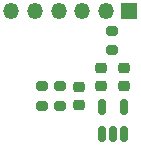
<source format=gbr>
%TF.GenerationSoftware,KiCad,Pcbnew,7.0.10*%
%TF.CreationDate,2024-04-18T15:46:53+08:00*%
%TF.ProjectId,esp32c3-vertical,65737033-3263-4332-9d76-657274696361,rev?*%
%TF.SameCoordinates,Original*%
%TF.FileFunction,Paste,Bot*%
%TF.FilePolarity,Positive*%
%FSLAX46Y46*%
G04 Gerber Fmt 4.6, Leading zero omitted, Abs format (unit mm)*
G04 Created by KiCad (PCBNEW 7.0.10) date 2024-04-18 15:46:53*
%MOMM*%
%LPD*%
G01*
G04 APERTURE LIST*
G04 Aperture macros list*
%AMRoundRect*
0 Rectangle with rounded corners*
0 $1 Rounding radius*
0 $2 $3 $4 $5 $6 $7 $8 $9 X,Y pos of 4 corners*
0 Add a 4 corners polygon primitive as box body*
4,1,4,$2,$3,$4,$5,$6,$7,$8,$9,$2,$3,0*
0 Add four circle primitives for the rounded corners*
1,1,$1+$1,$2,$3*
1,1,$1+$1,$4,$5*
1,1,$1+$1,$6,$7*
1,1,$1+$1,$8,$9*
0 Add four rect primitives between the rounded corners*
20,1,$1+$1,$2,$3,$4,$5,0*
20,1,$1+$1,$4,$5,$6,$7,0*
20,1,$1+$1,$6,$7,$8,$9,0*
20,1,$1+$1,$8,$9,$2,$3,0*%
G04 Aperture macros list end*
%ADD10R,1.350000X1.350000*%
%ADD11O,1.350000X1.350000*%
%ADD12RoundRect,0.225000X0.250000X-0.225000X0.250000X0.225000X-0.250000X0.225000X-0.250000X-0.225000X0*%
%ADD13RoundRect,0.150000X0.150000X-0.512500X0.150000X0.512500X-0.150000X0.512500X-0.150000X-0.512500X0*%
%ADD14RoundRect,0.200000X-0.275000X0.200000X-0.275000X-0.200000X0.275000X-0.200000X0.275000X0.200000X0*%
%ADD15RoundRect,0.200000X0.275000X-0.200000X0.275000X0.200000X-0.275000X0.200000X-0.275000X-0.200000X0*%
G04 APERTURE END LIST*
D10*
%TO.C,U1*%
X16600000Y14400000D03*
D11*
X14600000Y14400000D03*
X12600000Y14400000D03*
X10600000Y14400000D03*
X8600000Y14400000D03*
X6600000Y14400000D03*
%TD*%
D12*
%TO.C,C3*%
X14150000Y8050000D03*
X14150000Y9600000D03*
%TD*%
%TO.C,C2*%
X16150000Y8050000D03*
X16150000Y9600000D03*
%TD*%
D13*
%TO.C,U3*%
X16150000Y4025000D03*
X15200000Y4025000D03*
X14250000Y4025000D03*
X14250000Y6300000D03*
X16150000Y6300000D03*
%TD*%
D12*
%TO.C,C1*%
X12300000Y6450000D03*
X12300000Y8000000D03*
%TD*%
D14*
%TO.C,R1*%
X10750000Y8050000D03*
X10750000Y6400000D03*
%TD*%
D15*
%TO.C,R3*%
X15100000Y11075000D03*
X15100000Y12725000D03*
%TD*%
D14*
%TO.C,R2*%
X9200000Y8050000D03*
X9200000Y6400000D03*
%TD*%
M02*

</source>
